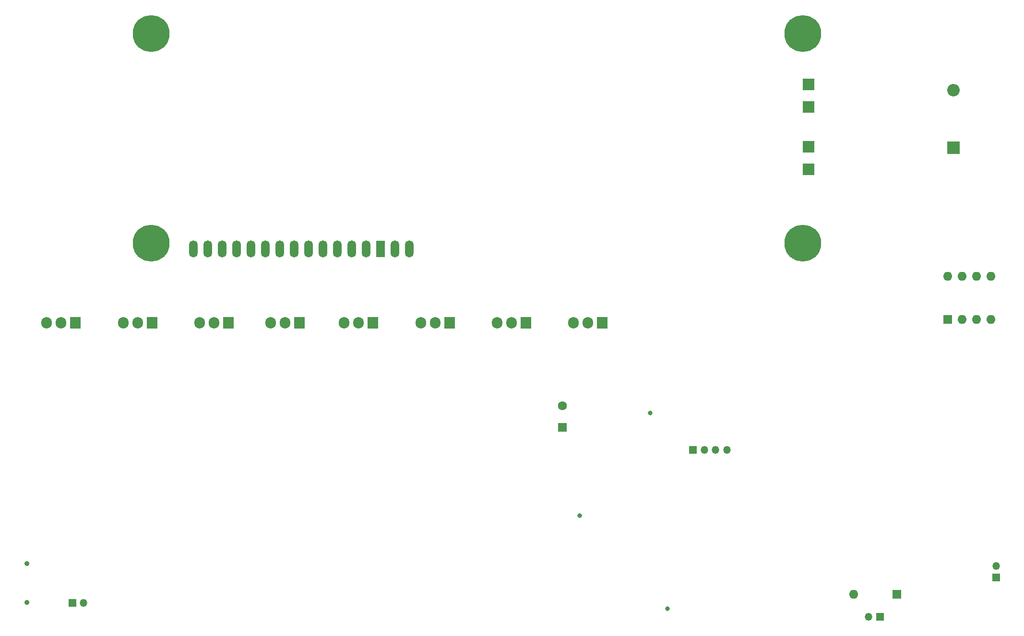
<source format=gbr>
%TF.GenerationSoftware,KiCad,Pcbnew,8.0.6-8.0.6-0~ubuntu22.04.1*%
%TF.CreationDate,2024-10-30T23:16:18-03:00*%
%TF.ProjectId,Projeto SEMB,50726f6a-6574-46f2-9053-454d422e6b69,rev?*%
%TF.SameCoordinates,Original*%
%TF.FileFunction,Soldermask,Bot*%
%TF.FilePolarity,Negative*%
%FSLAX46Y46*%
G04 Gerber Fmt 4.6, Leading zero omitted, Abs format (unit mm)*
G04 Created by KiCad (PCBNEW 8.0.6-8.0.6-0~ubuntu22.04.1) date 2024-10-30 23:16:18*
%MOMM*%
%LPD*%
G01*
G04 APERTURE LIST*
%ADD10R,1.350000X1.350000*%
%ADD11O,1.350000X1.350000*%
%ADD12R,1.905000X2.000000*%
%ADD13O,1.905000X2.000000*%
%ADD14C,0.900000*%
%ADD15C,0.800000*%
%ADD16R,1.600000X1.600000*%
%ADD17O,1.600000X1.600000*%
%ADD18R,2.200000X2.200000*%
%ADD19O,2.200000X2.200000*%
%ADD20C,1.600000*%
%ADD21C,6.500000*%
%ADD22R,1.500000X3.000000*%
%ADD23O,1.500000X3.000000*%
%ADD24R,2.000000X2.000000*%
G04 APERTURE END LIST*
D10*
%TO.C,L2*%
X188120000Y-144712500D03*
D11*
X186120000Y-144712500D03*
%TD*%
D12*
%TO.C,Q9*%
X125660000Y-92767500D03*
D13*
X123120000Y-92767500D03*
X120580000Y-92767500D03*
%TD*%
D12*
%TO.C,Q7*%
X59700000Y-92767500D03*
D13*
X57160000Y-92767500D03*
X54620000Y-92767500D03*
%TD*%
D12*
%TO.C,Q3*%
X112160000Y-92767500D03*
D13*
X109620000Y-92767500D03*
X107080000Y-92767500D03*
%TD*%
D12*
%TO.C,Q5*%
X85700000Y-92767500D03*
D13*
X83160000Y-92767500D03*
X80620000Y-92767500D03*
%TD*%
D10*
%TO.C,M1*%
X208620000Y-137712500D03*
D11*
X208620000Y-135712500D03*
%TD*%
D10*
%TO.C,J1*%
X45620000Y-142212500D03*
D11*
X47620000Y-142212500D03*
%TD*%
D14*
%TO.C,SW3*%
X37620000Y-142112500D03*
X37620000Y-135312500D03*
%TD*%
D15*
%TO.C,SW4*%
X150620000Y-143212500D03*
%TD*%
D12*
%TO.C,Q2*%
X139160000Y-92767500D03*
D13*
X136620000Y-92767500D03*
X134080000Y-92767500D03*
%TD*%
D16*
%TO.C,D2*%
X191120000Y-140712500D03*
D17*
X183500000Y-140712500D03*
%TD*%
D15*
%TO.C,SW2*%
X147620000Y-108712500D03*
%TD*%
D12*
%TO.C,Q8*%
X46160000Y-92767500D03*
D13*
X43620000Y-92767500D03*
X41080000Y-92767500D03*
%TD*%
D18*
%TO.C,D3*%
X201120000Y-61892500D03*
D19*
X201120000Y-51732500D03*
%TD*%
D16*
%TO.C,C15*%
X132120000Y-111212500D03*
D20*
X132120000Y-107412500D03*
%TD*%
D15*
%TO.C,SW1*%
X135132500Y-126809800D03*
%TD*%
D21*
%TO.C,U11*%
X174540000Y-78712500D03*
X174540000Y-41712500D03*
X59540000Y-78712500D03*
X59540000Y-41712500D03*
D22*
X100040000Y-79712500D03*
D23*
X97500000Y-79712500D03*
X94960000Y-79712500D03*
X92420000Y-79712500D03*
X89880000Y-79712500D03*
X87340000Y-79712500D03*
X84800000Y-79712500D03*
X82260000Y-79712500D03*
X79720000Y-79712500D03*
X77180000Y-79712500D03*
X74640000Y-79712500D03*
X72100000Y-79712500D03*
X69560000Y-79712500D03*
X67020000Y-79712500D03*
X102580000Y-79712500D03*
X105120000Y-79712500D03*
D24*
X175540000Y-65712500D03*
X175540000Y-54712500D03*
X175540000Y-61712500D03*
X175540000Y-50712500D03*
%TD*%
D16*
%TO.C,U3*%
X200080000Y-92212500D03*
D17*
X202620000Y-92212500D03*
X205160000Y-92212500D03*
X207700000Y-92212500D03*
X207700000Y-84592500D03*
X205160000Y-84592500D03*
X202620000Y-84592500D03*
X200080000Y-84592500D03*
%TD*%
D10*
%TO.C,J2*%
X155120000Y-115212500D03*
D11*
X157120000Y-115212500D03*
X159120000Y-115212500D03*
X161120000Y-115212500D03*
%TD*%
D12*
%TO.C,Q4*%
X98660000Y-92767500D03*
D13*
X96120000Y-92767500D03*
X93580000Y-92767500D03*
%TD*%
D12*
%TO.C,Q6*%
X73200000Y-92767500D03*
D13*
X70660000Y-92767500D03*
X68120000Y-92767500D03*
%TD*%
M02*

</source>
